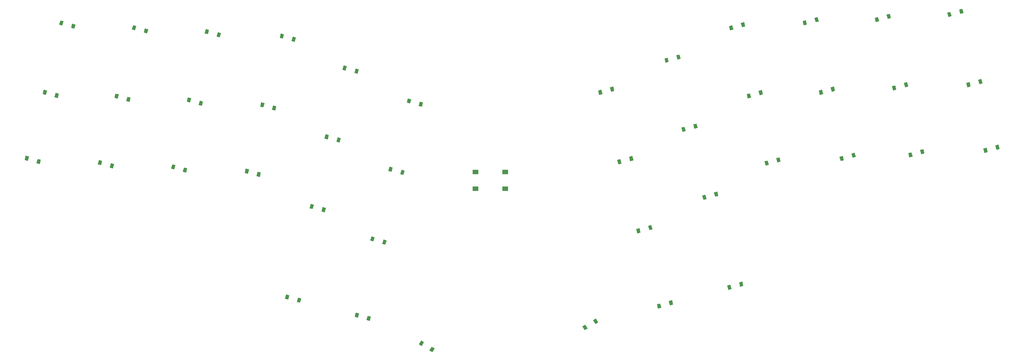
<source format=gtp>
G04 #@! TF.GenerationSoftware,KiCad,Pcbnew,(5.1.12-1-10_14)*
G04 #@! TF.CreationDate,2022-10-16T17:34:36-04:00*
G04 #@! TF.ProjectId,ergo3by6plus3nonSplit,6572676f-3362-4793-9670-6c7573336e6f,rev?*
G04 #@! TF.SameCoordinates,Original*
G04 #@! TF.FileFunction,Paste,Top*
G04 #@! TF.FilePolarity,Positive*
%FSLAX46Y46*%
G04 Gerber Fmt 4.6, Leading zero omitted, Abs format (unit mm)*
G04 Created by KiCad (PCBNEW (5.1.12-1-10_14)) date 2022-10-16 17:34:36*
%MOMM*%
%LPD*%
G01*
G04 APERTURE LIST*
%ADD10R,1.550000X1.300000*%
%ADD11C,0.100000*%
G04 APERTURE END LIST*
D10*
X151760000Y-119650000D03*
X151760000Y-115150000D03*
X143800000Y-115150000D03*
X143800000Y-119650000D03*
D11*
G36*
X214714403Y-145948973D02*
G01*
X214403820Y-144789862D01*
X215273153Y-144556925D01*
X215583736Y-145716036D01*
X214714403Y-145948973D01*
G37*
G36*
X211526847Y-146803075D02*
G01*
X211216264Y-145643964D01*
X212085597Y-145411027D01*
X212396180Y-146570138D01*
X211526847Y-146803075D01*
G37*
G36*
X195904403Y-150968973D02*
G01*
X195593820Y-149809862D01*
X196463153Y-149576925D01*
X196773736Y-150736036D01*
X195904403Y-150968973D01*
G37*
G36*
X192716847Y-151823075D02*
G01*
X192406264Y-150663964D01*
X193275597Y-150431027D01*
X193586180Y-151590138D01*
X192716847Y-151823075D01*
G37*
G36*
X175929231Y-155959615D02*
G01*
X175329231Y-154920385D01*
X176108653Y-154470385D01*
X176708653Y-155509615D01*
X175929231Y-155959615D01*
G37*
G36*
X173071347Y-157609615D02*
G01*
X172471347Y-156570385D01*
X173250769Y-156120385D01*
X173850769Y-157159615D01*
X173071347Y-157609615D01*
G37*
G36*
X131499231Y-163069615D02*
G01*
X132099231Y-162030385D01*
X132878653Y-162480385D01*
X132278653Y-163519615D01*
X131499231Y-163069615D01*
G37*
G36*
X128641347Y-161419615D02*
G01*
X129241347Y-160380385D01*
X130020769Y-160830385D01*
X129420769Y-161869615D01*
X128641347Y-161419615D01*
G37*
G36*
X114643820Y-154900138D02*
G01*
X114954403Y-153741027D01*
X115823736Y-153973964D01*
X115513153Y-155133075D01*
X114643820Y-154900138D01*
G37*
G36*
X111456264Y-154046036D02*
G01*
X111766847Y-152886925D01*
X112636180Y-153119862D01*
X112325597Y-154278973D01*
X111456264Y-154046036D01*
G37*
G36*
X95993820Y-150020138D02*
G01*
X96304403Y-148861027D01*
X97173736Y-149093964D01*
X96863153Y-150253075D01*
X95993820Y-150020138D01*
G37*
G36*
X92806264Y-149166036D02*
G01*
X93116847Y-148006925D01*
X93986180Y-148239862D01*
X93675597Y-149398973D01*
X92806264Y-149166036D01*
G37*
G36*
X283334403Y-109218973D02*
G01*
X283023820Y-108059862D01*
X283893153Y-107826925D01*
X284203736Y-108986036D01*
X283334403Y-109218973D01*
G37*
G36*
X280146847Y-110073075D02*
G01*
X279836264Y-108913964D01*
X280705597Y-108681027D01*
X281016180Y-109840138D01*
X280146847Y-110073075D01*
G37*
G36*
X263224403Y-110418973D02*
G01*
X262913820Y-109259862D01*
X263783153Y-109026925D01*
X264093736Y-110186036D01*
X263224403Y-110418973D01*
G37*
G36*
X260036847Y-111273075D02*
G01*
X259726264Y-110113964D01*
X260595597Y-109881027D01*
X260906180Y-111040138D01*
X260036847Y-111273075D01*
G37*
G36*
X244804403Y-111368973D02*
G01*
X244493820Y-110209862D01*
X245363153Y-109976925D01*
X245673736Y-111136036D01*
X244804403Y-111368973D01*
G37*
G36*
X241616847Y-112223075D02*
G01*
X241306264Y-111063964D01*
X242175597Y-110831027D01*
X242486180Y-111990138D01*
X241616847Y-112223075D01*
G37*
G36*
X224704403Y-112628973D02*
G01*
X224393820Y-111469862D01*
X225263153Y-111236925D01*
X225573736Y-112396036D01*
X224704403Y-112628973D01*
G37*
G36*
X221516847Y-113483075D02*
G01*
X221206264Y-112323964D01*
X222075597Y-112091027D01*
X222386180Y-113250138D01*
X221516847Y-113483075D01*
G37*
G36*
X208024403Y-121798973D02*
G01*
X207713820Y-120639862D01*
X208583153Y-120406925D01*
X208893736Y-121566036D01*
X208024403Y-121798973D01*
G37*
G36*
X204836847Y-122653075D02*
G01*
X204526264Y-121493964D01*
X205395597Y-121261027D01*
X205706180Y-122420138D01*
X204836847Y-122653075D01*
G37*
G36*
X190364403Y-130778973D02*
G01*
X190053820Y-129619862D01*
X190923153Y-129386925D01*
X191233736Y-130546036D01*
X190364403Y-130778973D01*
G37*
G36*
X187176847Y-131633075D02*
G01*
X186866264Y-130473964D01*
X187735597Y-130241027D01*
X188046180Y-131400138D01*
X187176847Y-131633075D01*
G37*
G36*
X118843820Y-134430138D02*
G01*
X119154403Y-133271027D01*
X120023736Y-133503964D01*
X119713153Y-134663075D01*
X118843820Y-134430138D01*
G37*
G36*
X115656264Y-133576036D02*
G01*
X115966847Y-132416925D01*
X116836180Y-132649862D01*
X116525597Y-133808973D01*
X115656264Y-133576036D01*
G37*
G36*
X102583820Y-125730138D02*
G01*
X102894403Y-124571027D01*
X103763736Y-124803964D01*
X103453153Y-125963075D01*
X102583820Y-125730138D01*
G37*
G36*
X99396264Y-124876036D02*
G01*
X99706847Y-123716925D01*
X100576180Y-123949862D01*
X100265597Y-125108973D01*
X99396264Y-124876036D01*
G37*
G36*
X85183820Y-116260138D02*
G01*
X85494403Y-115101027D01*
X86363736Y-115333964D01*
X86053153Y-116493075D01*
X85183820Y-116260138D01*
G37*
G36*
X81996264Y-115406036D02*
G01*
X82306847Y-114246925D01*
X83176180Y-114479862D01*
X82865597Y-115638973D01*
X81996264Y-115406036D01*
G37*
G36*
X65473820Y-115110138D02*
G01*
X65784403Y-113951027D01*
X66653736Y-114183964D01*
X66343153Y-115343075D01*
X65473820Y-115110138D01*
G37*
G36*
X62286264Y-114256036D02*
G01*
X62596847Y-113096925D01*
X63466180Y-113329862D01*
X63155597Y-114488973D01*
X62286264Y-114256036D01*
G37*
G36*
X45873820Y-113960138D02*
G01*
X46184403Y-112801027D01*
X47053736Y-113033964D01*
X46743153Y-114193075D01*
X45873820Y-113960138D01*
G37*
G36*
X42686264Y-113106036D02*
G01*
X42996847Y-111946925D01*
X43866180Y-112179862D01*
X43555597Y-113338973D01*
X42686264Y-113106036D01*
G37*
G36*
X26263820Y-112810138D02*
G01*
X26574403Y-111651027D01*
X27443736Y-111883964D01*
X27133153Y-113043075D01*
X26263820Y-112810138D01*
G37*
G36*
X23076264Y-111956036D02*
G01*
X23386847Y-110796925D01*
X24256180Y-111029862D01*
X23945597Y-112188973D01*
X23076264Y-111956036D01*
G37*
G36*
X278774403Y-91588973D02*
G01*
X278463820Y-90429862D01*
X279333153Y-90196925D01*
X279643736Y-91356036D01*
X278774403Y-91588973D01*
G37*
G36*
X275586847Y-92443075D02*
G01*
X275276264Y-91283964D01*
X276145597Y-91051027D01*
X276456180Y-92210138D01*
X275586847Y-92443075D01*
G37*
G36*
X258874403Y-92458973D02*
G01*
X258563820Y-91299862D01*
X259433153Y-91066925D01*
X259743736Y-92226036D01*
X258874403Y-92458973D01*
G37*
G36*
X255686847Y-93313075D02*
G01*
X255376264Y-92153964D01*
X256245597Y-91921027D01*
X256556180Y-93080138D01*
X255686847Y-93313075D01*
G37*
G36*
X239264403Y-93618973D02*
G01*
X238953820Y-92459862D01*
X239823153Y-92226925D01*
X240133736Y-93386036D01*
X239264403Y-93618973D01*
G37*
G36*
X236076847Y-94473075D02*
G01*
X235766264Y-93313964D01*
X236635597Y-93081027D01*
X236946180Y-94240138D01*
X236076847Y-94473075D01*
G37*
G36*
X219944403Y-94578973D02*
G01*
X219633820Y-93419862D01*
X220503153Y-93186925D01*
X220813736Y-94346036D01*
X219944403Y-94578973D01*
G37*
G36*
X216756847Y-95433075D02*
G01*
X216446264Y-94273964D01*
X217315597Y-94041027D01*
X217626180Y-95200138D01*
X216756847Y-95433075D01*
G37*
G36*
X202464403Y-103568973D02*
G01*
X202153820Y-102409862D01*
X203023153Y-102176925D01*
X203333736Y-103336036D01*
X202464403Y-103568973D01*
G37*
G36*
X199276847Y-104423075D02*
G01*
X198966264Y-103263964D01*
X199835597Y-103031027D01*
X200146180Y-104190138D01*
X199276847Y-104423075D01*
G37*
G36*
X185274403Y-112258973D02*
G01*
X184963820Y-111099862D01*
X185833153Y-110866925D01*
X186143736Y-112026036D01*
X185274403Y-112258973D01*
G37*
G36*
X182086847Y-113113075D02*
G01*
X181776264Y-111953964D01*
X182645597Y-111721027D01*
X182956180Y-112880138D01*
X182086847Y-113113075D01*
G37*
G36*
X123683820Y-115720138D02*
G01*
X123994403Y-114561027D01*
X124863736Y-114793964D01*
X124553153Y-115953075D01*
X123683820Y-115720138D01*
G37*
G36*
X120496264Y-114866036D02*
G01*
X120806847Y-113706925D01*
X121676180Y-113939862D01*
X121365597Y-115098973D01*
X120496264Y-114866036D01*
G37*
G36*
X106583820Y-107040138D02*
G01*
X106894403Y-105881027D01*
X107763736Y-106113964D01*
X107453153Y-107273075D01*
X106583820Y-107040138D01*
G37*
G36*
X103396264Y-106186036D02*
G01*
X103706847Y-105026925D01*
X104576180Y-105259862D01*
X104265597Y-106418973D01*
X103396264Y-106186036D01*
G37*
G36*
X89343820Y-98460138D02*
G01*
X89654403Y-97301027D01*
X90523736Y-97533964D01*
X90213153Y-98693075D01*
X89343820Y-98460138D01*
G37*
G36*
X86156264Y-97606036D02*
G01*
X86466847Y-96446925D01*
X87336180Y-96679862D01*
X87025597Y-97838973D01*
X86156264Y-97606036D01*
G37*
G36*
X69693820Y-97170138D02*
G01*
X70004403Y-96011027D01*
X70873736Y-96243964D01*
X70563153Y-97403075D01*
X69693820Y-97170138D01*
G37*
G36*
X66506264Y-96316036D02*
G01*
X66816847Y-95156925D01*
X67686180Y-95389862D01*
X67375597Y-96548973D01*
X66506264Y-96316036D01*
G37*
G36*
X50303820Y-96140138D02*
G01*
X50614403Y-94981027D01*
X51483736Y-95213964D01*
X51173153Y-96373075D01*
X50303820Y-96140138D01*
G37*
G36*
X47116264Y-95286036D02*
G01*
X47426847Y-94126925D01*
X48296180Y-94359862D01*
X47985597Y-95518973D01*
X47116264Y-95286036D01*
G37*
G36*
X31083820Y-95110138D02*
G01*
X31394403Y-93951027D01*
X32263736Y-94183964D01*
X31953153Y-95343075D01*
X31083820Y-95110138D01*
G37*
G36*
X27896264Y-94256036D02*
G01*
X28206847Y-93096925D01*
X29076180Y-93329862D01*
X28765597Y-94488973D01*
X27896264Y-94256036D01*
G37*
G36*
X273654403Y-72748973D02*
G01*
X273343820Y-71589862D01*
X274213153Y-71356925D01*
X274523736Y-72516036D01*
X273654403Y-72748973D01*
G37*
G36*
X270466847Y-73603075D02*
G01*
X270156264Y-72443964D01*
X271025597Y-72211027D01*
X271336180Y-73370138D01*
X270466847Y-73603075D01*
G37*
G36*
X254234403Y-74108973D02*
G01*
X253923820Y-72949862D01*
X254793153Y-72716925D01*
X255103736Y-73876036D01*
X254234403Y-74108973D01*
G37*
G36*
X251046847Y-74963075D02*
G01*
X250736264Y-73803964D01*
X251605597Y-73571027D01*
X251916180Y-74730138D01*
X251046847Y-74963075D01*
G37*
G36*
X234924403Y-74968973D02*
G01*
X234613820Y-73809862D01*
X235483153Y-73576925D01*
X235793736Y-74736036D01*
X234924403Y-74968973D01*
G37*
G36*
X231736847Y-75823075D02*
G01*
X231426264Y-74663964D01*
X232295597Y-74431027D01*
X232606180Y-75590138D01*
X231736847Y-75823075D01*
G37*
G36*
X215214403Y-76328973D02*
G01*
X214903820Y-75169862D01*
X215773153Y-74936925D01*
X216083736Y-76096036D01*
X215214403Y-76328973D01*
G37*
G36*
X212026847Y-77183075D02*
G01*
X211716264Y-76023964D01*
X212585597Y-75791027D01*
X212896180Y-76950138D01*
X212026847Y-77183075D01*
G37*
G36*
X197924403Y-85018973D02*
G01*
X197613820Y-83859862D01*
X198483153Y-83626925D01*
X198793736Y-84786036D01*
X197924403Y-85018973D01*
G37*
G36*
X194736847Y-85873075D02*
G01*
X194426264Y-84713964D01*
X195295597Y-84481027D01*
X195606180Y-85640138D01*
X194736847Y-85873075D01*
G37*
G36*
X180154403Y-93618973D02*
G01*
X179843820Y-92459862D01*
X180713153Y-92226925D01*
X181023736Y-93386036D01*
X180154403Y-93618973D01*
G37*
G36*
X176966847Y-94473075D02*
G01*
X176656264Y-93313964D01*
X177525597Y-93081027D01*
X177836180Y-94240138D01*
X176966847Y-94473075D01*
G37*
G36*
X128633820Y-97430138D02*
G01*
X128944403Y-96271027D01*
X129813736Y-96503964D01*
X129503153Y-97663075D01*
X128633820Y-97430138D01*
G37*
G36*
X125446264Y-96576036D02*
G01*
X125756847Y-95416925D01*
X126626180Y-95649862D01*
X126315597Y-96808973D01*
X125446264Y-96576036D01*
G37*
G36*
X111393820Y-88590138D02*
G01*
X111704403Y-87431027D01*
X112573736Y-87663964D01*
X112263153Y-88823075D01*
X111393820Y-88590138D01*
G37*
G36*
X108206264Y-87736036D02*
G01*
X108516847Y-86576925D01*
X109386180Y-86809862D01*
X109075597Y-87968973D01*
X108206264Y-87736036D01*
G37*
G36*
X94573820Y-80010138D02*
G01*
X94884403Y-78851027D01*
X95753736Y-79083964D01*
X95443153Y-80243075D01*
X94573820Y-80010138D01*
G37*
G36*
X91386264Y-79156036D02*
G01*
X91696847Y-77996925D01*
X92566180Y-78229862D01*
X92255597Y-79388973D01*
X91386264Y-79156036D01*
G37*
G36*
X74493820Y-78810138D02*
G01*
X74804403Y-77651027D01*
X75673736Y-77883964D01*
X75363153Y-79043075D01*
X74493820Y-78810138D01*
G37*
G36*
X71306264Y-77956036D02*
G01*
X71616847Y-76796925D01*
X72486180Y-77029862D01*
X72175597Y-78188973D01*
X71306264Y-77956036D01*
G37*
G36*
X55003820Y-77780138D02*
G01*
X55314403Y-76621027D01*
X56183736Y-76853964D01*
X55873153Y-78013075D01*
X55003820Y-77780138D01*
G37*
G36*
X51816264Y-76926036D02*
G01*
X52126847Y-75766925D01*
X52996180Y-75999862D01*
X52685597Y-77158973D01*
X51816264Y-76926036D01*
G37*
G36*
X35513820Y-76510138D02*
G01*
X35824403Y-75351027D01*
X36693736Y-75583964D01*
X36383153Y-76743075D01*
X35513820Y-76510138D01*
G37*
G36*
X32326264Y-75656036D02*
G01*
X32636847Y-74496925D01*
X33506180Y-74729862D01*
X33195597Y-75888973D01*
X32326264Y-75656036D01*
G37*
M02*

</source>
